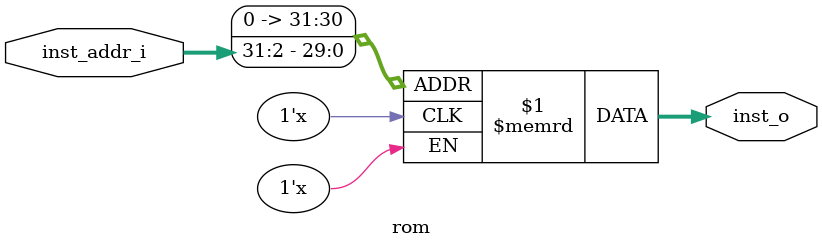
<source format=v>
module rom (
    input [31:0] inst_addr_i,
    output reg [31:0] inst_o
);
    reg[31:0] rom_mem[0:11];

    assign inst_o = rom_mem[inst_addr_i>>2];

endmodule //rom
</source>
